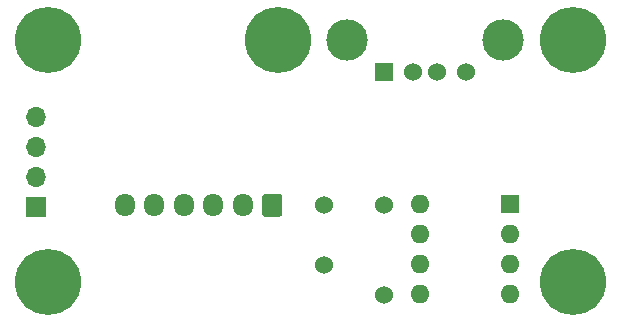
<source format=gts>
G04 #@! TF.GenerationSoftware,KiCad,Pcbnew,5.1.9+dfsg1-1+deb11u1*
G04 #@! TF.CreationDate,2023-06-30T23:04:53+09:00*
G04 #@! TF.ProjectId,tablet-usb-adapter,7461626c-6574-42d7-9573-622d61646170,rev?*
G04 #@! TF.SameCoordinates,Original*
G04 #@! TF.FileFunction,Soldermask,Top*
G04 #@! TF.FilePolarity,Negative*
%FSLAX46Y46*%
G04 Gerber Fmt 4.6, Leading zero omitted, Abs format (unit mm)*
G04 Created by KiCad (PCBNEW 5.1.9+dfsg1-1+deb11u1) date 2023-06-30 23:04:53*
%MOMM*%
%LPD*%
G01*
G04 APERTURE LIST*
%ADD10C,5.600000*%
%ADD11R,1.700000X1.700000*%
%ADD12O,1.700000X1.700000*%
%ADD13O,1.700000X1.950000*%
%ADD14C,3.500000*%
%ADD15R,1.524000X1.524000*%
%ADD16C,1.524000*%
%ADD17R,1.600000X1.600000*%
%ADD18O,1.600000X1.600000*%
G04 APERTURE END LIST*
D10*
X119000000Y-67500000D03*
X99500000Y-88000000D03*
X144000000Y-88000000D03*
X144000000Y-67500000D03*
X99500000Y-67500000D03*
D11*
X98500000Y-81620000D03*
D12*
X98500000Y-79080000D03*
X98500000Y-76540000D03*
X98500000Y-74000000D03*
G36*
G01*
X119350000Y-80775000D02*
X119350000Y-82225000D01*
G75*
G02*
X119100000Y-82475000I-250000J0D01*
G01*
X117900000Y-82475000D01*
G75*
G02*
X117650000Y-82225000I0J250000D01*
G01*
X117650000Y-80775000D01*
G75*
G02*
X117900000Y-80525000I250000J0D01*
G01*
X119100000Y-80525000D01*
G75*
G02*
X119350000Y-80775000I0J-250000D01*
G01*
G37*
D13*
X116000000Y-81500000D03*
X113500000Y-81500000D03*
X111000000Y-81500000D03*
X108500000Y-81500000D03*
X106000000Y-81500000D03*
D14*
X138000000Y-67500000D03*
X124860000Y-67500000D03*
D15*
X127930000Y-70210000D03*
D16*
X130430000Y-70210000D03*
X132430000Y-70210000D03*
X134930000Y-70210000D03*
D17*
X138620000Y-81380000D03*
D18*
X131000000Y-89000000D03*
X138620000Y-83920000D03*
X131000000Y-86460000D03*
X138620000Y-86460000D03*
X131000000Y-83920000D03*
X138620000Y-89000000D03*
X131000000Y-81380000D03*
D16*
X122920000Y-81500000D03*
X128000000Y-81500000D03*
X122920000Y-86580000D03*
X128000000Y-89120000D03*
M02*

</source>
